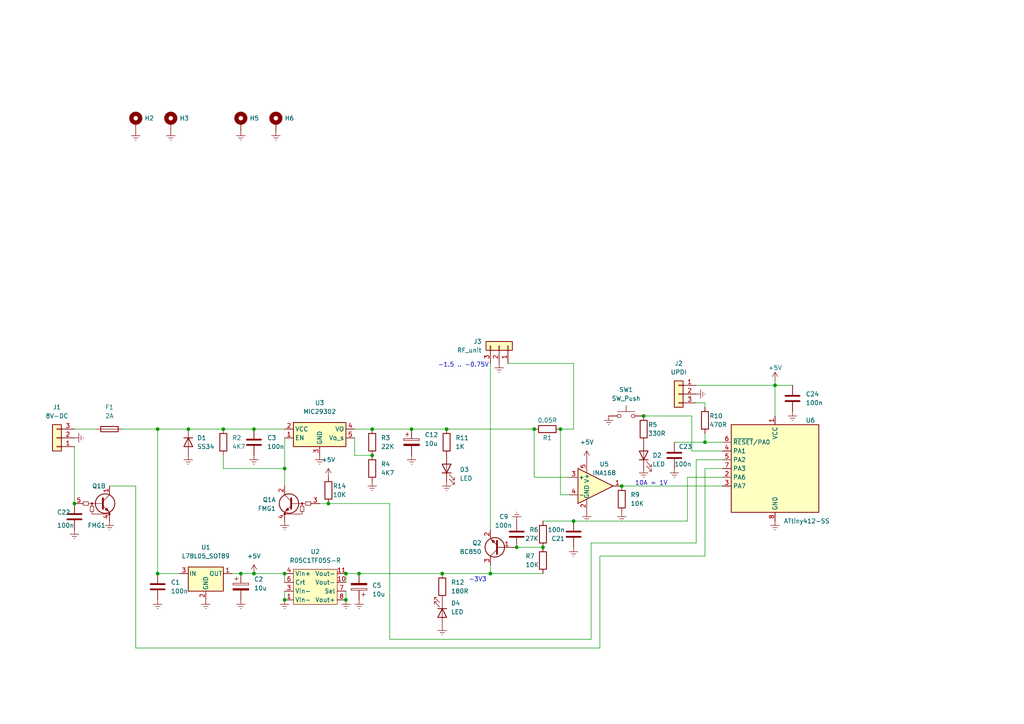
<source format=kicad_sch>
(kicad_sch (version 20211123) (generator eeschema)
  (paper "A4")
  (lib_symbols
    (symbol "Amplifier_Current:INA168" (pin_names (offset 0.127))
      (property "Reference" "U" (at 3.81 5.08 0))
      (property "Value" "INA168" (at 3.81 2.54 0))
      (symbol "INA168_0_1"
        (polyline (pts (xy -5.08 5.08) (xy 5.08 0) (xy -5.08 -5.08) (xy -5.08 5.08)) (stroke (width 0.254)) (fill (type background)))
      )
      (symbol "INA168_1_1"
        (pin output line (at 7.62 0 180) (length 2.54) (name "~") (number "1"))
        (pin power_in line (at -2.54 -7.62 90) (length 3.81) (name "GND") (number "2"))
        (pin input line (at -7.62 2.54 0) (length 2.54) (name "+") (number "3"))
        (pin input line (at -7.62 -2.54 0) (length 2.54) (name "-") (number "4"))
        (pin power_in line (at -2.54 7.62 270) (length 3.81) (name "V+") (number "5"))
      )
    )
    (symbol "Connector_Generic:Conn_01x03" (pin_names (offset 1.016) hide)
      (property "Reference" "J" (at 0 5.08 0))
      (property "Value" "Conn_01x03" (at 0 -5.08 0))
      (symbol "Conn_01x03_1_1"
        (rectangle (start -1.27 -2.413) (end 0 -2.667) (stroke (width 0.1524)))
        (rectangle (start -1.27 0.127) (end 0 -0.127) (stroke (width 0.1524)))
        (rectangle (start -1.27 2.667) (end 0 2.413) (stroke (width 0.1524)))
        (rectangle (start -1.27 3.81) (end 1.27 -3.81) (stroke (width 0.254)) (fill (type background)))
        (pin passive line (at -5.08 2.54 0) (length 3.81) (name "Pin_1") (number "1"))
        (pin passive line (at -5.08 0 0) (length 3.81) (name "Pin_2") (number "2"))
        (pin passive line (at -5.08 -2.54 0) (length 3.81) (name "Pin_3") (number "3"))
      )
    )
    (symbol "Device:C" (pin_numbers hide) (pin_names (offset 0.254))
      (property "Reference" "C" (at 0.635 2.54 0))
      (property "Value" "C" (at 0.635 -2.54 0))
      (symbol "C_0_1"
        (polyline (pts (xy -2.032 -0.762) (xy 2.032 -0.762)) (stroke (width 0.508)))
        (polyline (pts (xy -2.032 0.762) (xy 2.032 0.762)) (stroke (width 0.508)))
      )
      (symbol "C_1_1"
        (pin passive line (at 0 3.81 270) (length 2.794) (name "~") (number "1"))
        (pin passive line (at 0 -3.81 90) (length 2.794) (name "~") (number "2"))
      )
    )
    (symbol "Device:C_Polarized" (pin_numbers hide) (pin_names (offset 0.254))
      (property "Reference" "C" (at 0.635 2.54 0))
      (property "Value" "C_Polarized" (at 0.635 -2.54 0))
      (symbol "C_Polarized_0_1"
        (rectangle (start -2.286 0.508) (end 2.286 1.016))
        (polyline (pts (xy -1.778 2.286) (xy -0.762 2.286)))
        (polyline (pts (xy -1.27 2.794) (xy -1.27 1.778)))
        (rectangle (start 2.286 -0.508) (end -2.286 -1.016) (fill (type outline)))
      )
      (symbol "C_Polarized_1_1"
        (pin passive line (at 0 3.81 270) (length 2.794) (name "~") (number "1"))
        (pin passive line (at 0 -3.81 90) (length 2.794) (name "~") (number "2"))
      )
    )
    (symbol "Device:D" (pin_numbers hide) (pin_names (offset 1.016) hide)
      (property "Reference" "D" (at 0 2.54 0))
      (property "Value" "D" (at 0 -2.54 0))
      (symbol "D_0_1"
        (polyline (pts (xy -1.27 1.27) (xy -1.27 -1.27)) (stroke (width 0.254)))
        (polyline (pts (xy 1.27 0) (xy -1.27 0)))
        (polyline (pts (xy 1.27 1.27) (xy 1.27 -1.27) (xy -1.27 0) (xy 1.27 1.27)) (stroke (width 0.254)))
      )
      (symbol "D_1_1"
        (pin passive line (at -3.81 0 0) (length 2.54) (name "K") (number "1"))
        (pin passive line (at 3.81 0 180) (length 2.54) (name "A") (number "2"))
      )
    )
    (symbol "Device:Fuse" (pin_numbers hide) (pin_names (offset 0))
      (property "Reference" "F" (at 2.032 0 90))
      (property "Value" "Fuse" (at -1.905 0 90))
      (symbol "Fuse_0_1"
        (rectangle (start -0.762 -2.54) (end 0.762 2.54) (stroke (width 0.254)))
        (polyline (pts (xy 0 2.54) (xy 0 -2.54)))
      )
      (symbol "Fuse_1_1"
        (pin passive line (at 0 3.81 270) (length 1.27) (name "~") (number "1"))
        (pin passive line (at 0 -3.81 90) (length 1.27) (name "~") (number "2"))
      )
    )
    (symbol "Device:LED" (pin_numbers hide) (pin_names (offset 1.016) hide)
      (property "Reference" "D" (at 0 2.54 0))
      (property "Value" "LED" (at 0 -2.54 0))
      (symbol "LED_0_1"
        (polyline (pts (xy -1.27 -1.27) (xy -1.27 1.27)) (stroke (width 0.254)))
        (polyline (pts (xy -1.27 0) (xy 1.27 0)))
        (polyline (pts (xy 1.27 -1.27) (xy 1.27 1.27) (xy -1.27 0) (xy 1.27 -1.27)) (stroke (width 0.254)))
        (polyline (pts (xy -3.048 -0.762) (xy -4.572 -2.286) (xy -3.81 -2.286) (xy -4.572 -2.286) (xy -4.572 -1.524)))
        (polyline (pts (xy -1.778 -0.762) (xy -3.302 -2.286) (xy -2.54 -2.286) (xy -3.302 -2.286) (xy -3.302 -1.524)))
      )
      (symbol "LED_1_1"
        (pin passive line (at -3.81 0 0) (length 2.54) (name "K") (number "1"))
        (pin passive line (at 3.81 0 180) (length 2.54) (name "A") (number "2"))
      )
    )
    (symbol "Device:R" (pin_numbers hide) (pin_names (offset 0))
      (property "Reference" "R" (at 2.032 0 90))
      (property "Value" "R" (at 0 0 90))
      (symbol "R_0_1"
        (rectangle (start -1.016 -2.54) (end 1.016 2.54) (stroke (width 0.254)))
      )
      (symbol "R_1_1"
        (pin passive line (at 0 3.81 270) (length 1.27) (name "~") (number "1"))
        (pin passive line (at 0 -3.81 90) (length 1.27) (name "~") (number "2"))
      )
    )
    (symbol "MCU_Microchip_ATtiny:ATtiny412-SS"
      (property "Reference" "U" (at -12.7 13.97 0))
      (property "Value" "ATtiny412-SS" (at 2.54 -13.97 0))
      (symbol "ATtiny412-SS_0_1"
        (rectangle (start -12.7 -12.7) (end 12.7 12.7) (stroke (width 0.254)) (fill (type background)))
      )
      (symbol "ATtiny412-SS_1_1"
        (pin power_in line (at 0 15.24 270) (length 2.54) (name "VCC") (number "1"))
        (pin bidirectional line (at 15.24 -2.54 180) (length 2.54) (name "PA6") (number "2"))
        (pin bidirectional line (at 15.24 -5.08 180) (length 2.54) (name "PA7") (number "3"))
        (pin bidirectional line (at 15.24 5.08 180) (length 2.54) (name "PA1") (number "4"))
        (pin bidirectional line (at 15.24 2.54 180) (length 2.54) (name "PA2") (number "5"))
        (pin bidirectional line (at 15.24 7.62 180) (length 2.54) (name "~{RESET}/PA0") (number "6"))
        (pin bidirectional line (at 15.24 0 180) (length 2.54) (name "PA3") (number "7"))
        (pin power_in line (at 0 -15.24 90) (length 2.54) (name "GND") (number "8"))
      )
    )
    (symbol "Mechanical:MountingHole_Pad" (pin_numbers hide) (pin_names (offset 1.016) hide)
      (property "Reference" "H" (at 0 6.35 0))
      (property "Value" "MountingHole_Pad" (at 0 4.445 0))
      (symbol "MountingHole_Pad_0_1"
        (circle (center 0 1.27) (radius 1.27) (stroke (width 1.27)))
      )
      (symbol "MountingHole_Pad_1_1"
        (pin input line (at 0 -2.54 90) (length 2.54) (name "1") (number "1"))
      )
    )
    (symbol "MySymbols:FMG1" (pin_names hide)
      (property "Reference" "Q" (at 3.81 1.27 0))
      (property "Value" "FMG1" (at 3.81 -1.27 0))
      (symbol "FMG1_0_1"
        (rectangle (start -6.35 0.508) (end -4.826 -0.508))
        (rectangle (start -4.318 -2.286) (end -3.302 -0.762))
        (circle (center -3.81 0) (radius 0.254) (fill (type outline)))
        (polyline (pts (xy -3.81 -0.762) (xy -3.81 0)))
        (polyline (pts (xy -0.762 0) (xy -4.826 0)))
        (polyline (pts (xy -0.635 1.524) (xy -0.635 -1.524)) (stroke (width 0.508)))
        (polyline (pts (xy -3.81 -2.286) (xy -3.81 -3.048) (xy 1.27 -3.048)))
        (circle (center 1.27 -3.048) (radius 0.254) (fill (type outline)))
      )
      (symbol "FMG1_1_1"
        (polyline (pts (xy -0.635 0.635) (xy 1.27 2.54)))
        (polyline (pts (xy -0.635 -0.635) (xy 1.27 -2.54) (xy 1.27 -2.54)))
        (polyline (pts (xy 0 -1.778) (xy 0.508 -1.27) (xy 1.016 -2.286) (xy 0 -1.778) (xy 0 -1.778)) (fill (type outline)))
        (circle (center 0 0) (radius 2.8194) (stroke (width 0.254)))
        (pin passive line (at 1.27 5.08 270) (length 2.54) (name "C1") (number "2"))
        (pin input line (at -8.89 0 0) (length 2.54) (name "B1") (number "3"))
        (pin passive line (at 1.27 -5.08 90) (length 2.54) (name "E1") (number "4"))
      )
      (symbol "FMG1_2_1"
        (polyline (pts (xy -0.635 0.635) (xy 1.27 2.54)))
        (polyline (pts (xy -0.635 -0.635) (xy 1.27 -2.54) (xy 1.27 -2.54)))
        (polyline (pts (xy 0 -1.778) (xy 0.508 -1.27) (xy 1.016 -2.286) (xy 0 -1.778) (xy 0 -1.778)) (fill (type outline)))
        (circle (center 0 0) (radius 2.8194) (stroke (width 0.254)))
        (pin passive line (at 1.27 5.08 270) (length 2.54) (name "C1") (number "1"))
        (pin passive line (at 1.27 -5.08 90) (length 2.54) (name "E1") (number "4"))
        (pin input line (at -8.89 0 0) (length 2.54) (name "B1") (number "5"))
      )
    )
    (symbol "MySymbols:MIC29302"
      (property "Reference" "U3" (at 0 7.62 0))
      (property "Value" "MIC29302" (at 0 5.08 0))
      (symbol "MIC29302_1_1"
        (rectangle (start -7.62 -5.08) (end 7.62 1.905) (stroke (width 0.254)) (fill (type background)))
        (pin input line (at -10.16 -2.54 0) (length 2.54) (name "EN") (number "1"))
        (pin power_in line (at -10.16 0 0) (length 2.54) (name "VCC") (number "2"))
        (pin power_in line (at 0 -7.62 90) (length 2.54) (name "GND") (number "3"))
        (pin power_out line (at 10.16 0 180) (length 2.54) (name "VO") (number "4"))
        (pin input line (at 10.16 -2.54 180) (length 2.54) (name "Vo_s") (number "5"))
      )
    )
    (symbol "MySymbols:R05C1TF05S-R"
      (property "Reference" "U" (at 1.27 5.08 0))
      (property "Value" "R05C1TF05S-R" (at 7.62 -7.62 0))
      (symbol "R05C1TF05S-R_0_1"
        (rectangle (start -6.35 3.81) (end 6.35 -6.35) (fill (type background)))
      )
      (symbol "R05C1TF05S-R_1_1"
        (pin input line (at -8.89 -5.08 0) (length 2.54) (name "Vin-") (number "1"))
        (pin input line (at 8.89 0 180) (length 2.54) (name "Vout-") (number "10"))
        (pin input line (at 8.89 2.54 180) (length 2.54) (name "Vout-") (number "11"))
        (pin input line (at 8.89 2.54 180) (length 2.54) hide (name "Vout-") (number "12"))
        (pin input line (at -8.89 -5.08 0) (length 2.54) hide (name "Vin-") (number "2"))
        (pin input line (at -8.89 -2.54 0) (length 2.54) (name "Vin-") (number "3"))
        (pin input line (at -8.89 2.54 0) (length 2.54) (name "Vin+") (number "4"))
        (pin input line (at -8.89 2.54 0) (length 2.54) hide (name "Vin+") (number "5"))
        (pin input line (at -8.89 0 0) (length 2.54) (name "Crt") (number "6"))
        (pin input line (at 8.89 -2.54 180) (length 2.54) (name "Sel") (number "7"))
        (pin input line (at 8.89 -5.08 180) (length 2.54) (name "Vout+") (number "8"))
        (pin input line (at 8.89 -5.08 180) (length 2.54) hide (name "Vout+") (number "9"))
      )
    )
    (symbol "Regulator_Linear:L78L05_SOT89" (pin_names (offset 0.254))
      (property "Reference" "U" (at -3.81 3.175 0))
      (property "Value" "L78L05_SOT89" (at -0.635 3.175 0))
      (symbol "L78L05_SOT89_0_1"
        (rectangle (start -5.08 1.905) (end 5.08 -5.08) (stroke (width 0.254)) (fill (type background)))
      )
      (symbol "L78L05_SOT89_1_1"
        (pin power_out line (at 7.62 0 180) (length 2.54) (name "OUT") (number "1"))
        (pin power_in line (at 0 -7.62 90) (length 2.54) (name "GND") (number "2"))
        (pin power_in line (at -7.62 0 0) (length 2.54) (name "IN") (number "3"))
      )
    )
    (symbol "Switch:SW_Push" (pin_numbers hide) (pin_names (offset 1.016) hide)
      (property "Reference" "SW" (at 1.27 2.54 0))
      (property "Value" "SW_Push" (at 0 -1.524 0))
      (symbol "SW_Push_0_1"
        (circle (center -2.032 0) (radius 0.508))
        (polyline (pts (xy 0 1.27) (xy 0 3.048)))
        (polyline (pts (xy 2.54 1.27) (xy -2.54 1.27)))
        (circle (center 2.032 0) (radius 0.508))
        (pin passive line (at -5.08 0 0) (length 2.54) (name "1") (number "1"))
        (pin passive line (at 5.08 0 180) (length 2.54) (name "2") (number "2"))
      )
    )
    (symbol "Transistor_BJT:BC850" (pin_names (offset 0) hide)
      (property "Reference" "Q" (at 5.08 1.905 0))
      (property "Value" "BC850" (at 5.08 0 0))
      (symbol "BC850_0_1"
        (polyline (pts (xy 0.635 0.635) (xy 2.54 2.54)))
        (polyline (pts (xy 0.635 -0.635) (xy 2.54 -2.54) (xy 2.54 -2.54)))
        (polyline (pts (xy 0.635 1.905) (xy 0.635 -1.905) (xy 0.635 -1.905)) (stroke (width 0.508)))
        (polyline (pts (xy 1.27 -1.778) (xy 1.778 -1.27) (xy 2.286 -2.286) (xy 1.27 -1.778) (xy 1.27 -1.778)) (fill (type outline)))
        (circle (center 1.27 0) (radius 2.8194) (stroke (width 0.254)))
      )
      (symbol "BC850_1_1"
        (pin input line (at -5.08 0 0) (length 5.715) (name "B") (number "1"))
        (pin passive line (at 2.54 -5.08 90) (length 2.54) (name "E") (number "2"))
        (pin passive line (at 2.54 5.08 270) (length 2.54) (name "C") (number "3"))
      )
    )
    (symbol "power:+5V" (power) (pin_names (offset 0))
      (property "Value" "+5V" (at 0 3.556 0))
      (symbol "+5V_0_1"
        (polyline (pts (xy -0.762 1.27) (xy 0 2.54)))
        (polyline (pts (xy 0 0) (xy 0 2.54)))
        (polyline (pts (xy 0 2.54) (xy 0.762 1.27)))
      )
      (symbol "+5V_1_1"
        (pin power_in line (at 0 0 90) (length 0) hide (name "+5V") (number "1"))
      )
    )
    (symbol "power:GNDREF" (power) (pin_names (offset 0))
      (property "Value" "GNDREF" (at 0 -3.81 0))
      (symbol "GNDREF_0_1"
        (polyline (pts (xy -0.635 -1.905) (xy 0.635 -1.905)))
        (polyline (pts (xy -0.127 -2.54) (xy 0.127 -2.54)))
        (polyline (pts (xy 0 -1.27) (xy 0 0)))
        (polyline (pts (xy 1.27 -1.27) (xy -1.27 -1.27)))
      )
      (symbol "GNDREF_1_1"
        (pin power_in line (at 0 0 270) (length 0) hide (name "GNDREF") (number "1"))
      )
    )
  )
  (junction (at 107.95 124.46))
  (junction (at 54.61 124.46))
  (junction (at 45.72 166.37))
  (junction (at 64.77 124.46))
  (junction (at 69.85 166.37))
  (junction (at 107.95 132.08))
  (junction (at 104.14 166.37))
  (junction (at 142.24 166.37))
  (junction (at 95.25 146.05))
  (junction (at 82.55 135.89))
  (junction (at 186.69 120.65))
  (junction (at 100.33 173.99))
  (junction (at 128.27 166.37))
  (junction (at 45.72 124.46))
  (junction (at 100.33 166.37))
  (junction (at 149.86 158.75))
  (junction (at 129.54 124.46))
  (junction (at 82.55 173.99))
  (junction (at 73.66 166.37))
  (junction (at 73.66 124.46))
  (junction (at 162.56 124.46))
  (junction (at 154.94 124.46))
  (junction (at 224.79 111.76))
  (junction (at 166.37 151.13))
  (junction (at 204.47 128.27))
  (junction (at 119.38 124.46))
  (junction (at 21.59 146.05))
  (junction (at 180.34 140.97))
  (junction (at 157.48 158.75))
  (junction (at 82.55 166.37))
  (wire (pts (xy 180.34 140.97) (xy 209.55 140.97)))
  (wire (pts (xy 199.39 151.13) (xy 199.39 138.43)))
  (wire (pts (xy 129.54 124.46) (xy 154.94 124.46)))
  (wire (pts (xy 67.31 166.37) (xy 69.85 166.37)))
  (wire (pts (xy 204.47 125.73) (xy 204.47 128.27)))
  (wire (pts (xy 142.24 105.41) (xy 142.24 153.67)))
  (wire (pts (xy 171.45 185.42) (xy 171.45 157.48)))
  (wire (pts (xy 166.37 151.13) (xy 199.39 151.13)))
  (wire (pts (xy 201.93 157.48) (xy 201.93 133.35)))
  (wire (pts (xy 162.56 143.51) (xy 162.56 124.46)))
  (wire (pts (xy 54.61 124.46) (xy 64.77 124.46)))
  (wire (pts (xy 204.47 135.89) (xy 209.55 135.89)))
  (wire (pts (xy 92.71 146.05) (xy 95.25 146.05)))
  (wire (pts (xy 21.59 124.46) (xy 27.94 124.46)))
  (wire (pts (xy 82.55 140.97) (xy 82.55 135.89)))
  (wire (pts (xy 157.48 151.13) (xy 166.37 151.13)))
  (wire (pts (xy 195.58 128.27) (xy 204.47 128.27)))
  (wire (pts (xy 165.1 138.43) (xy 154.94 138.43)))
  (wire (pts (xy 113.03 185.42) (xy 171.45 185.42)))
  (wire (pts (xy 142.24 163.83) (xy 142.24 166.37)))
  (wire (pts (xy 100.33 166.37) (xy 100.33 168.91)))
  (wire (pts (xy 35.56 124.46) (xy 45.72 124.46)))
  (wire (pts (xy 73.66 124.46) (xy 82.55 124.46)))
  (wire (pts (xy 69.85 166.37) (xy 73.66 166.37)))
  (wire (pts (xy 200.66 130.81) (xy 209.55 130.81)))
  (wire (pts (xy 64.77 124.46) (xy 73.66 124.46)))
  (wire (pts (xy 204.47 116.84) (xy 204.47 118.11)))
  (wire (pts (xy 165.1 143.51) (xy 162.56 143.51)))
  (wire (pts (xy 45.72 166.37) (xy 52.07 166.37)))
  (wire (pts (xy 199.39 138.43) (xy 209.55 138.43)))
  (wire (pts (xy 119.38 124.46) (xy 129.54 124.46)))
  (wire (pts (xy 64.77 132.08) (xy 64.77 135.89)))
  (wire (pts (xy 64.77 135.89) (xy 82.55 135.89)))
  (wire (pts (xy 21.59 129.54) (xy 21.59 146.05)))
  (wire (pts (xy 201.93 111.76) (xy 224.79 111.76)))
  (wire (pts (xy 224.79 110.49) (xy 224.79 111.76)))
  (wire (pts (xy 45.72 124.46) (xy 54.61 124.46)))
  (wire (pts (xy 171.45 157.48) (xy 201.93 157.48)))
  (wire (pts (xy 104.14 166.37) (xy 128.27 166.37)))
  (wire (pts (xy 149.86 158.75) (xy 157.48 158.75)))
  (wire (pts (xy 31.75 140.97) (xy 39.37 140.97)))
  (wire (pts (xy 102.87 132.08) (xy 107.95 132.08)))
  (wire (pts (xy 95.25 146.05) (xy 113.03 146.05)))
  (wire (pts (xy 162.56 124.46) (xy 166.37 124.46)))
  (wire (pts (xy 166.37 105.41) (xy 166.37 124.46)))
  (wire (pts (xy 147.32 105.41) (xy 166.37 105.41)))
  (wire (pts (xy 107.95 124.46) (xy 119.38 124.46)))
  (wire (pts (xy 201.93 133.35) (xy 209.55 133.35)))
  (wire (pts (xy 45.72 166.37) (xy 45.72 124.46)))
  (wire (pts (xy 100.33 166.37) (xy 104.14 166.37)))
  (wire (pts (xy 201.93 116.84) (xy 204.47 116.84)))
  (wire (pts (xy 224.79 111.76) (xy 229.87 111.76)))
  (wire (pts (xy 204.47 128.27) (xy 209.55 128.27)))
  (wire (pts (xy 128.27 166.37) (xy 142.24 166.37)))
  (wire (pts (xy 157.48 166.37) (xy 142.24 166.37)))
  (wire (pts (xy 204.47 161.29) (xy 204.47 135.89)))
  (wire (pts (xy 173.99 161.29) (xy 204.47 161.29)))
  (wire (pts (xy 173.99 187.96) (xy 173.99 161.29)))
  (wire (pts (xy 224.79 111.76) (xy 224.79 120.65)))
  (wire (pts (xy 82.55 166.37) (xy 82.55 168.91)))
  (wire (pts (xy 100.33 171.45) (xy 100.33 173.99)))
  (wire (pts (xy 82.55 171.45) (xy 82.55 173.99)))
  (wire (pts (xy 82.55 127) (xy 82.55 135.89)))
  (wire (pts (xy 154.94 138.43) (xy 154.94 124.46)))
  (wire (pts (xy 39.37 187.96) (xy 173.99 187.96)))
  (wire (pts (xy 39.37 140.97) (xy 39.37 187.96)))
  (wire (pts (xy 186.69 120.65) (xy 200.66 120.65)))
  (wire (pts (xy 200.66 120.65) (xy 200.66 130.81)))
  (wire (pts (xy 102.87 124.46) (xy 107.95 124.46)))
  (wire (pts (xy 113.03 146.05) (xy 113.03 185.42)))
  (wire (pts (xy 73.66 166.37) (xy 82.55 166.37)))
  (wire (pts (xy 102.87 127) (xy 102.87 132.08)))
  (text "-3V3" (at 135.89 168.91 0) (effects (font (size 1.27 1.27)) (justify left bottom)))
  (text "-1.5 .. -0.75V" (at 127 106.68 0) (effects (font (size 1.27 1.27)) (justify left bottom)))
  (text "10A = 1V" (at 184.15 140.97 0) (effects (font (size 1.27 1.27)) (justify left bottom)))
  (symbol (lib_id "Device:R") (at 157.48 162.56 0) (unit 1)
    (property "Reference" "R7" (at 152.4 161.2901 0) (effects (justify left)))
    (property "Value" "10K" (at 152.4 163.83 0) (effects (justify left)))
    (property "Footprint" "Resistor_SMD:R_0603_1608Metric" (effects hide))
  )
  (symbol (lib_id "power:GNDREF") (at 224.79 151.13 0) (mirror y) (unit 1)
    (property "Reference" "#PWR043" (effects hide))
    (property "Value" "GNDREF" (effects hide))
  )
  (symbol (lib_id "power:GNDREF") (at 69.85 38.1 0) (unit 1)
    (property "Reference" "#PWR048" (effects hide))
    (property "Value" "GNDREF" (effects hide))
  )
  (symbol (lib_id "power:+5V") (at 95.25 138.43 0) (unit 1)
    (property "Reference" "#PWR050" (effects hide))
    (property "Value" "+5V" (at 95.25 133.35 0))
  )
  (symbol (lib_id "MCU_Microchip_ATtiny:ATtiny412-SS") (at 224.79 135.89 0) (mirror y) (unit 1)
    (property "Reference" "U6" (at 233.68 121.92 0) (effects (justify right)))
    (property "Value" "ATtiny412-SS" (at 227.33 151.13 0) (effects (justify right)))
    (property "Footprint" "Package_SO:SOIC-8_3.9x4.9mm_P1.27mm" (effects hide))
    (property "Datasheet" "http://ww1.microchip.com/downloads/en/DeviceDoc/40001911A.pdf" (effects hide))
  )
  (symbol (lib_id "Device:R") (at 186.69 124.46 0) (unit 1)
    (property "Reference" "R5" (at 187.96 123.19 0) (effects (justify left)))
    (property "Value" "330R" (at 187.96 125.73 0) (effects (justify left)))
    (property "Footprint" "Resistor_SMD:R_0603_1608Metric" (effects hide))
  )
  (symbol (lib_id "Connector_Generic:Conn_01x03") (at 16.51 127 180) (unit 1)
    (property "Reference" "J1" (at 16.51 118.11 0))
    (property "Value" "8V-DC" (at 16.51 120.65 0))
    (property "Footprint" "MyFootprints:KF301-3P" (effects hide))
  )
  (symbol (lib_id "power:GNDREF") (at 186.69 135.89 0) (unit 1)
    (property "Reference" "#PWR011" (effects hide))
    (property "Value" "GNDREF" (effects hide))
  )
  (symbol (lib_id "power:GNDREF") (at 229.87 119.38 0) (unit 1)
    (property "Reference" "#PWR044" (effects hide))
    (property "Value" "GNDREF" (effects hide))
  )
  (symbol (lib_id "power:+5V") (at 224.79 110.49 0) (unit 1)
    (property "Reference" "#PWR042" (effects hide))
    (property "Value" "+5V" (at 224.79 106.68 0))
  )
  (symbol (lib_id "power:+5V") (at 170.18 133.35 0) (unit 1)
    (property "Reference" "#PWR031" (effects hide))
    (property "Value" "+5V" (at 170.18 128.27 0))
  )
  (symbol (lib_id "Device:R") (at 128.27 170.18 0) (unit 1)
    (property "Reference" "R12" (at 130.81 168.9099 0) (effects (justify left)))
    (property "Value" "180R" (at 130.81 171.4499 0) (effects (justify left)))
    (property "Footprint" "Resistor_SMD:R_0603_1608Metric" (effects hide))
  )
  (symbol (lib_id "MySymbols:R05C1TF05S-R") (at 91.44 168.91 0) (unit 1)
    (property "Reference" "U2" (at 91.44 160.02 0))
    (property "Value" "R05C1TF05S-R" (at 91.44 162.56 0))
    (property "Footprint" "MyFootprints:R05C1TF05S" (effects hide))
  )
  (symbol (lib_id "Transistor_BJT:BC850") (at 144.78 158.75 180) (unit 1)
    (property "Reference" "Q2" (at 139.7 157.48 0) (effects (justify left)))
    (property "Value" "BC850" (at 139.7 160.02 0) (effects (justify left)))
    (property "Footprint" "Package_TO_SOT_SMD:SOT-23" (effects hide))
    (property "Datasheet" "http://www.infineon.com/dgdl/Infineon-BC847SERIES_BC848SERIES_BC849SERIES_BC850SERIES-DS-v01_01-en.pdf?fileId=db3a304314dca389011541d4630a1657" (effects hide))
  )
  (symbol (lib_id "power:GNDREF") (at 82.55 151.13 0) (unit 1)
    (property "Reference" "#PWR0101" (effects hide))
    (property "Value" "GNDREF" (effects hide))
  )
  (symbol (lib_id "power:+5V") (at 73.66 166.37 0) (unit 1)
    (property "Reference" "#PWR06" (effects hide))
    (property "Value" "+5V" (at 73.66 161.29 0))
  )
  (symbol (lib_id "power:GNDREF") (at 128.27 181.61 0) (unit 1)
    (property "Reference" "#PWR037" (effects hide))
    (property "Value" "GNDREF" (effects hide))
  )
  (symbol (lib_id "Device:Fuse") (at 31.75 124.46 90) (unit 1)
    (property "Reference" "F1" (at 31.75 118.11 90))
    (property "Value" "2A" (at 31.75 120.65 90))
    (property "Footprint" "Fuse:Fuse_1812_4532Metric_Pad1.30x3.40mm_HandSolder" (effects hide))
  )
  (symbol (lib_id "Switch:SW_Push") (at 181.61 120.65 0) (unit 1)
    (property "Reference" "SW1" (at 181.61 113.03 0))
    (property "Value" "SW_Push" (at 181.61 115.57 0))
    (property "Footprint" "Button_Switch_SMD:SW_SPST_FSMSM" (effects hide))
  )
  (symbol (lib_id "power:GNDREF") (at 54.61 132.08 0) (unit 1)
    (property "Reference" "#PWR0104" (effects hide))
    (property "Value" "GNDREF" (effects hide))
  )
  (symbol (lib_id "power:GNDREF") (at 31.75 151.13 0) (unit 1)
    (property "Reference" "#PWR03" (effects hide))
    (property "Value" "GNDREF" (effects hide))
  )
  (symbol (lib_id "Device:R") (at 158.75 124.46 90) (unit 1)
    (property "Reference" "R1" (at 158.75 127 90))
    (property "Value" "0.05R" (at 158.75 121.92 90))
    (property "Footprint" "Resistor_SMD:R_2512_6332Metric" (effects hide))
  )
  (symbol (lib_id "Device:LED") (at 129.54 135.89 90) (unit 1)
    (property "Reference" "D3" (at 133.35 136.2074 90) (effects (justify right)))
    (property "Value" "LED" (at 133.35 138.7474 90) (effects (justify right)))
    (property "Footprint" "LED_SMD:LED_0805_2012Metric" (effects hide))
  )
  (symbol (lib_id "power:GNDREF") (at 129.54 139.7 0) (unit 1)
    (property "Reference" "#PWR036" (effects hide))
    (property "Value" "GNDREF" (effects hide))
  )
  (symbol (lib_id "power:GNDREF") (at 69.85 173.99 0) (unit 1)
    (property "Reference" "#PWR07" (effects hide))
    (property "Value" "GNDREF" (effects hide))
  )
  (symbol (lib_id "power:GNDREF") (at 92.71 132.08 0) (unit 1)
    (property "Reference" "#PWR010" (effects hide))
    (property "Value" "GNDREF" (effects hide))
  )
  (symbol (lib_id "Mechanical:MountingHole_Pad") (at 80.01 35.56 0) (unit 1)
    (property "Reference" "H6" (at 82.55 34.2899 0) (effects (justify left)))
    (property "Footprint" "MountingHole:MountingHole_2.7mm_M2.5_Pad_Via" (effects hide))
  )
  (symbol (lib_id "Device:R") (at 204.47 121.92 0) (unit 1)
    (property "Reference" "R10" (at 205.74 120.65 0) (effects (justify left)))
    (property "Value" "470R" (at 205.74 123.19 0) (effects (justify left)))
    (property "Footprint" "Resistor_SMD:R_0603_1608Metric" (effects hide))
  )
  (symbol (lib_id "power:GNDREF") (at 82.55 173.99 0) (unit 1)
    (property "Reference" "#PWR09" (effects hide))
    (property "Value" "GNDREF" (effects hide))
  )
  (symbol (lib_id "Device:C") (at 45.72 170.18 0) (unit 1)
    (property "Reference" "C1" (at 49.53 168.9099 0) (effects (justify left)))
    (property "Value" "100n" (at 49.53 171.4499 0) (effects (justify left)))
    (property "Footprint" "Capacitor_SMD:C_0603_1608Metric" (effects hide))
  )
  (symbol (lib_id "Device:C_Polarized") (at 69.85 170.18 0) (unit 1)
    (property "Reference" "C2" (at 73.66 168.0209 0) (effects (justify left)))
    (property "Value" "10u" (at 73.66 170.5609 0) (effects (justify left)))
    (property "Footprint" "Capacitor_SMD:C_0805_2012Metric" (effects hide))
  )
  (symbol (lib_id "power:GNDREF") (at 180.34 148.59 0) (mirror y) (unit 1)
    (property "Reference" "#PWR039" (effects hide))
    (property "Value" "GNDREF" (effects hide))
  )
  (symbol (lib_id "Device:C") (at 195.58 132.08 0) (unit 1)
    (property "Reference" "C23" (at 196.85 129.54 0) (effects (justify left)))
    (property "Value" "100n" (at 195.58 134.62 0) (effects (justify left)))
    (property "Footprint" "Capacitor_SMD:C_0603_1608Metric" (effects hide))
  )
  (symbol (lib_id "Device:C") (at 166.37 154.94 180) (unit 1)
    (property "Reference" "C21" (at 163.83 156.21 0) (effects (justify left)))
    (property "Value" "100n" (at 163.83 153.67 0) (effects (justify left)))
    (property "Footprint" "Capacitor_SMD:C_0603_1608Metric" (effects hide))
  )
  (symbol (lib_id "Device:C_Polarized") (at 104.14 170.18 180) (unit 1)
    (property "Reference" "C5" (at 107.95 169.7989 0) (effects (justify right)))
    (property "Value" "10u" (at 107.95 172.3389 0) (effects (justify right)))
    (property "Footprint" "Capacitor_SMD:C_0805_2012Metric" (effects hide))
  )
  (symbol (lib_id "power:GNDREF") (at 149.86 151.13 0) (mirror x) (unit 1)
    (property "Reference" "#PWR019" (effects hide))
    (property "Value" "GNDREF" (effects hide))
  )
  (symbol (lib_id "power:GNDREF") (at 144.78 105.41 0) (unit 1)
    (property "Reference" "#PWR0103" (effects hide))
    (property "Value" "GNDREF" (effects hide))
  )
  (symbol (lib_id "Device:R") (at 157.48 154.94 0) (mirror x) (unit 1)
    (property "Reference" "R6" (at 156.21 153.67 0) (effects (justify right)))
    (property "Value" "27K" (at 156.21 156.21 0) (effects (justify right)))
    (property "Footprint" "Resistor_SMD:R_0603_1608Metric" (effects hide))
  )
  (symbol (lib_id "power:GNDREF") (at 80.01 38.1 0) (unit 1)
    (property "Reference" "#PWR049" (effects hide))
    (property "Value" "GNDREF" (effects hide))
  )
  (symbol (lib_id "power:GNDREF") (at 195.58 135.89 0) (unit 1)
    (property "Reference" "#PWR040" (effects hide))
    (property "Value" "GNDREF" (effects hide))
  )
  (symbol (lib_id "power:GNDREF") (at 45.72 173.99 0) (unit 1)
    (property "Reference" "#PWR?" (effects hide))
    (property "Value" "GNDREF" (effects hide))
  )
  (symbol (lib_id "power:GNDREF") (at 73.66 132.08 0) (unit 1)
    (property "Reference" "#PWR08" (effects hide))
    (property "Value" "GNDREF" (effects hide))
  )
  (symbol (lib_id "Connector_Generic:Conn_01x03") (at 144.78 100.33 270) (mirror x) (unit 1)
    (property "Reference" "J3" (at 139.7 99.0599 90) (effects (justify right)))
    (property "Value" "RF_unit" (at 139.7 101.5999 90) (effects (justify right)))
    (property "Footprint" "MyFootprints:KF301-3P" (effects hide))
  )
  (symbol (lib_id "power:GNDREF") (at 104.14 173.99 0) (unit 1)
    (property "Reference" "#PWR014" (effects hide))
    (property "Value" "GNDREF" (effects hide))
  )
  (symbol (lib_id "Device:C") (at 229.87 115.57 0) (unit 1)
    (property "Reference" "C24" (at 233.68 114.3 0) (effects (justify left)))
    (property "Value" "100n" (at 233.68 116.84 0) (effects (justify left)))
    (property "Footprint" "Capacitor_SMD:C_0603_1608Metric" (effects hide))
  )
  (symbol (lib_id "power:GNDREF") (at 21.59 153.67 0) (unit 1)
    (property "Reference" "#PWR02" (effects hide))
    (property "Value" "GNDREF" (effects hide))
  )
  (symbol (lib_id "power:GNDREF") (at 59.69 173.99 0) (unit 1)
    (property "Reference" "#PWR05" (effects hide))
    (property "Value" "GNDREF" (effects hide))
  )
  (symbol (lib_id "Device:R") (at 64.77 128.27 0) (unit 1)
    (property "Reference" "R2" (at 67.31 126.9999 0) (effects (justify left)))
    (property "Value" "4K7" (at 67.31 129.5399 0) (effects (justify left)))
    (property "Footprint" "Resistor_SMD:R_0603_1608Metric" (effects hide))
  )
  (symbol (lib_id "Amplifier_Current:INA168") (at 172.72 140.97 0) (unit 1)
    (property "Reference" "U5" (at 175.26 134.62 0))
    (property "Value" "INA168" (at 175.26 137.16 0))
    (property "Footprint" "Package_TO_SOT_SMD:SOT-23-5" (effects hide))
    (property "Datasheet" "http://www.ti.com/lit/ds/symlink/ina138.pdf" (effects hide))
  )
  (symbol (lib_id "Regulator_Linear:L78L05_SOT89") (at 59.69 166.37 0) (unit 1)
    (property "Reference" "U1" (at 59.69 158.75 0))
    (property "Value" "L78L05_SOT89" (at 59.69 161.29 0))
    (property "Footprint" "Package_TO_SOT_SMD:SOT-89-3" (effects hide))
    (property "Datasheet" "http://www.st.com/content/ccc/resource/technical/document/datasheet/15/55/e5/aa/23/5b/43/fd/CD00000446.pdf/files/CD00000446.pdf/jcr:content/translations/en.CD00000446.pdf" (effects hide))
  )
  (symbol (lib_id "Mechanical:MountingHole_Pad") (at 39.37 35.56 0) (unit 1)
    (property "Reference" "H2" (at 41.91 34.2899 0) (effects (justify left)))
    (property "Footprint" "MountingHole:MountingHole_2.7mm_M2.5_Pad_Via" (effects hide))
  )
  (symbol (lib_id "power:GNDREF") (at 107.95 139.7 0) (unit 1)
    (property "Reference" "#PWR017" (effects hide))
    (property "Value" "GNDREF" (effects hide))
  )
  (symbol (lib_id "Device:R") (at 129.54 128.27 0) (unit 1)
    (property "Reference" "R11" (at 132.08 126.9999 0) (effects (justify left)))
    (property "Value" "1K" (at 132.08 129.5399 0) (effects (justify left)))
    (property "Footprint" "Resistor_SMD:R_0603_1608Metric" (effects hide))
  )
  (symbol (lib_id "MySymbols:MIC29302") (at 92.71 124.46 0) (unit 1)
    (property "Reference" "U3" (at 92.71 116.84 0))
    (property "Value" "MIC29302" (at 92.71 119.38 0))
    (property "Footprint" "Package_TO_SOT_SMD:TO-263-5_TabPin3" (effects hide))
  )
  (symbol (lib_id "power:GNDREF") (at 201.93 114.3 90) (unit 1)
    (property "Reference" "#PWR041" (effects hide))
    (property "Value" "GNDREF" (effects hide))
  )
  (symbol (lib_id "Device:C") (at 21.59 149.86 0) (unit 1)
    (property "Reference" "C22" (at 16.51 148.59 0) (effects (justify left)))
    (property "Value" "100n" (at 16.51 152.4 0) (effects (justify left)))
    (property "Footprint" "Capacitor_SMD:C_0603_1608Metric" (effects hide))
  )
  (symbol (lib_id "power:GNDREF") (at 21.59 127 90) (unit 1)
    (property "Reference" "#PWR01" (effects hide))
    (property "Value" "GNDREF" (effects hide))
  )
  (symbol (lib_id "MySymbols:FMG1") (at 30.48 146.05 0) (unit 2)
    (property "Reference" "Q1" (at 26.67 140.97 0) (effects (justify left)))
    (property "Value" "FMG1" (at 25.4 152.4 0) (effects (justify left)))
    (property "Footprint" "MyFootprints:SOT-25_HandSoldering" (effects hide))
  )
  (symbol (lib_id "Device:D") (at 54.61 128.27 270) (unit 1)
    (property "Reference" "D1" (at 57.15 126.9999 90) (effects (justify left)))
    (property "Value" "SS34" (at 57.15 129.5399 90) (effects (justify left)))
    (property "Footprint" "Diode_SMD:D_SMA" (effects hide))
  )
  (symbol (lib_id "Device:LED") (at 186.69 132.08 90) (unit 1)
    (property "Reference" "D2" (at 189.23 132.08 90) (effects (justify right)))
    (property "Value" "LED" (at 189.23 134.62 90) (effects (justify right)))
    (property "Footprint" "LED_SMD:LED_0805_2012Metric" (effects hide))
  )
  (symbol (lib_id "Mechanical:MountingHole_Pad") (at 49.53 35.56 0) (unit 1)
    (property "Reference" "H3" (at 52.07 34.2899 0) (effects (justify left)))
    (property "Footprint" "MountingHole:MountingHole_2.7mm_M2.5_Pad_Via" (effects hide))
  )
  (symbol (lib_id "power:GNDREF") (at 119.38 132.08 0) (unit 1)
    (property "Reference" "#PWR022" (effects hide))
    (property "Value" "GNDREF" (effects hide))
  )
  (symbol (lib_id "power:GNDREF") (at 170.18 148.59 0) (mirror y) (unit 1)
    (property "Reference" "#PWR038" (effects hide))
    (property "Value" "GNDREF" (effects hide))
  )
  (symbol (lib_id "Connector_Generic:Conn_01x03") (at 196.85 114.3 0) (mirror y) (unit 1)
    (property "Reference" "J2" (at 196.85 105.41 0))
    (property "Value" "UPDI" (at 196.85 107.95 0))
    (property "Footprint" "Connector_PinHeader_2.54mm:PinHeader_1x03_P2.54mm_Vertical" (effects hide))
  )
  (symbol (lib_id "power:GNDREF") (at 176.53 120.65 0) (mirror y) (unit 1)
    (property "Reference" "#PWR0102" (effects hide))
    (property "Value" "GNDREF" (effects hide))
  )
  (symbol (lib_id "Device:R") (at 95.25 142.24 0) (unit 1)
    (property "Reference" "R14" (at 96.52 140.97 0) (effects (justify left)))
    (property "Value" "10K" (at 96.52 143.51 0) (effects (justify left)))
    (property "Footprint" "Resistor_SMD:R_0603_1608Metric" (effects hide))
  )
  (symbol (lib_id "Device:R") (at 180.34 144.78 0) (unit 1)
    (property "Reference" "R9" (at 182.88 143.5099 0) (effects (justify left)))
    (property "Value" "10K" (at 182.88 146.0499 0) (effects (justify left)))
    (property "Footprint" "Resistor_SMD:R_0603_1608Metric" (effects hide))
  )
  (symbol (lib_id "Device:LED") (at 128.27 177.8 270) (unit 1)
    (property "Reference" "D4" (at 130.81 174.9424 90) (effects (justify left)))
    (property "Value" "LED" (at 130.81 177.4824 90) (effects (justify left)))
    (property "Footprint" "LED_SMD:LED_0805_2012Metric" (effects hide))
  )
  (symbol (lib_id "Device:R") (at 107.95 128.27 0) (unit 1)
    (property "Reference" "R3" (at 110.49 126.9999 0) (effects (justify left)))
    (property "Value" "22K" (at 110.49 129.5399 0) (effects (justify left)))
    (property "Footprint" "Resistor_SMD:R_0603_1608Metric" (effects hide))
  )
  (symbol (lib_id "Device:C") (at 73.66 128.27 0) (unit 1)
    (property "Reference" "C3" (at 77.47 126.9999 0) (effects (justify left)))
    (property "Value" "100n" (at 77.47 129.5399 0) (effects (justify left)))
    (property "Footprint" "Capacitor_SMD:C_0603_1608Metric" (effects hide))
  )
  (symbol (lib_id "power:GNDREF") (at 49.53 38.1 0) (unit 1)
    (property "Reference" "#PWR046" (effects hide))
    (property "Value" "GNDREF" (effects hide))
  )
  (symbol (lib_id "Device:C_Polarized") (at 119.38 128.27 0) (unit 1)
    (property "Reference" "C12" (at 123.19 126.1109 0) (effects (justify left)))
    (property "Value" "10u" (at 123.19 128.6509 0) (effects (justify left)))
    (property "Footprint" "Capacitor_SMD:C_0805_2012Metric" (effects hide))
  )
  (symbol (lib_id "Mechanical:MountingHole_Pad") (at 69.85 35.56 0) (unit 1)
    (property "Reference" "H5" (at 72.39 34.2899 0) (effects (justify left)))
    (property "Footprint" "MountingHole:MountingHole_2.7mm_M2.5_Pad_Via" (effects hide))
  )
  (symbol (lib_id "power:GNDREF") (at 100.33 173.99 0) (unit 1)
    (property "Reference" "#PWR012" (effects hide))
    (property "Value" "GNDREF" (effects hide))
  )
  (symbol (lib_id "MySymbols:FMG1") (at 83.82 146.05 0) (mirror y) (unit 1)
    (property "Reference" "Q1" (at 80.01 144.9577 0) (effects (justify left)))
    (property "Value" "FMG1" (at 80.01 147.4977 0) (effects (justify left)))
    (property "Footprint" "MyFootprints:SOT-25_HandSoldering" (effects hide))
  )
  (symbol (lib_id "power:GNDREF") (at 166.37 158.75 0) (mirror y) (unit 1)
    (property "Reference" "#PWR025" (effects hide))
    (property "Value" "GNDREF" (effects hide))
  )
  (symbol (lib_id "power:GNDREF") (at 39.37 38.1 0) (unit 1)
    (property "Reference" "#PWR045" (effects hide))
    (property "Value" "GNDREF" (effects hide))
  )
  (symbol (lib_id "Device:C") (at 149.86 154.94 0) (unit 1)
    (property "Reference" "C9" (at 144.78 149.86 0) (effects (justify left)))
    (property "Value" "100n" (at 143.51 152.4 0) (effects (justify left)))
    (property "Footprint" "Capacitor_SMD:C_0603_1608Metric" (effects hide))
  )
  (symbol (lib_id "Device:R") (at 107.95 135.89 0) (unit 1)
    (property "Reference" "R4" (at 110.49 134.6199 0) (effects (justify left)))
    (property "Value" "4K7" (at 110.49 137.1599 0) (effects (justify left)))
    (property "Footprint" "Resistor_SMD:R_0603_1608Metric" (effects hide))
  )
)
</source>
